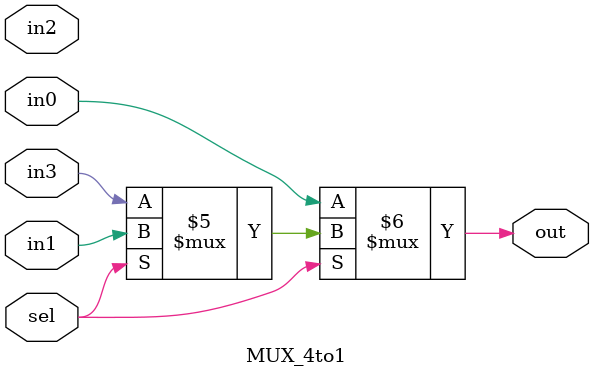
<source format=v>
module MUX_4to1( out, in0, in1, in2, in3, sel ) ;

output out ;
input in0, in1, in2, in3 ;
input sel ;

wire out ;

assign out = ( sel == 2'b00 ) ? in0 : ( sel == 2'b01 ) ? in1 : ( sel == 2'b10 ) ? in2 : in3 ;

endmodule
</source>
